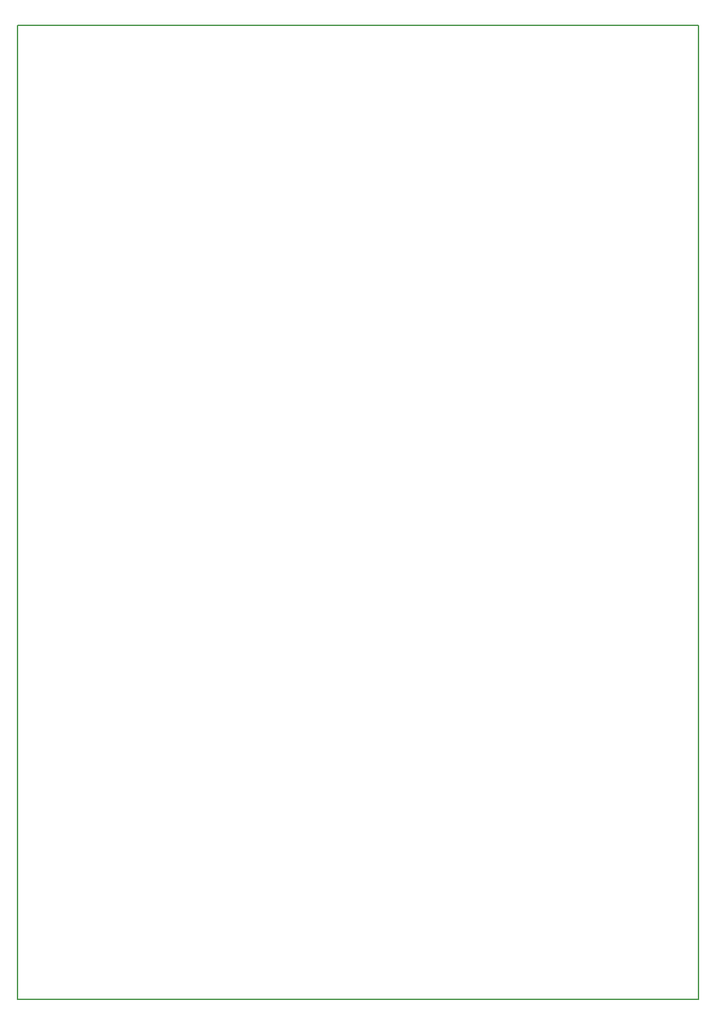
<source format=gbr>
G04 DipTrace 2.1.0.5*
%INBoard Outline.gbr*%
%MOIN*%
%ADD10C,0.0098*%
%ADD11C,0.0055*%
%ADD12C,0.003*%
%ADD13C,0.05*%
%ADD14C,0.025*%
%ADD15C,0.0125*%
%ADD16C,0.02*%
%ADD17C,0.1*%
%ADD18C,0.01*%
%ADD19C,0.0013*%
%ADD20C,0.15*%
%ADD21C,0.0039*%
%ADD22R,0.0591X0.0591*%
%ADD23C,0.0591*%
%ADD24R,0.0512X0.0591*%
%ADD25R,0.0591X0.0512*%
%ADD26R,0.063X0.0709*%
%ADD27C,0.0984*%
%ADD28R,0.0665X0.0665*%
%ADD29C,0.0665*%
%ADD30C,0.1874*%
%ADD31R,0.0394X0.0748*%
%ADD32R,0.0866X0.0551*%
%ADD33R,0.0354X0.0551*%
%ADD34C,0.0591*%
%ADD35C,0.0512*%
%ADD36R,0.0886X0.0197*%
%ADD37R,0.1378X0.0807*%
%ADD38R,0.1535X0.0807*%
%ADD39C,0.0551*%
%ADD40R,0.1181X0.0433*%
%ADD41R,0.0787X0.1181*%
%ADD42R,0.0394X0.1181*%
%ADD43C,0.0709*%
%ADD44R,0.165X0.0701*%
%ADD45R,0.1732X0.1358*%
%ADD46C,0.085*%
%ADD47C,0.0079*%
%ADD48R,0.063X0.063*%
%ADD49C,0.063*%
%ADD50C,0.22*%
%ADD51R,0.0374X0.0354*%
%ADD52R,0.0433X0.0394*%
%ADD53C,0.06*%
%ADD54R,0.0512X0.0512*%
%ADD55C,0.0709*%
%ADD56R,0.0748X0.0591*%
%ADD57C,0.063*%
%ADD58C,0.0669*%
%ADD59R,0.0315X0.0512*%
%ADD60R,0.0512X0.0315*%
%ADD61R,0.0512X0.0236*%
%ADD62C,0.0142*%
%ADD63R,0.0315X0.0217*%
%ADD64R,0.0138X0.0571*%
%ADD65R,0.0315X0.0354*%
%ADD66R,0.0669X0.0598*%
%ADD67C,0.0827*%
%ADD68C,0.1181*%
%ADD69C,0.126*%
%ADD70C,0.1772*%
%ADD71R,0.0669X0.0394*%
%ADD72C,0.04*%
%ADD73C,0.0191*%
%ADD74C,0.0394*%
%ADD75C,0.0429*%
%ADD76C,0.1283*%
%ADD77C,0.0354*%
%ADD78C,0.0469*%
%ADD79C,0.13*%
%ADD80C,0.038*%
%ADD81C,0.0315*%
%ADD82C,0.0276*%
%ADD83C,0.0906*%
%ADD84C,0.1181*%
%ADD85C,0.0479*%
%ADD86C,0.0321*%
%ADD87R,0.0748X0.0472*%
%ADD88R,0.0591X0.0315*%
%ADD89C,0.185*%
%ADD90C,0.1693*%
%ADD91C,0.1339*%
%ADD92C,0.1102*%
%ADD93C,0.0906*%
%ADD94C,0.0748*%
%ADD95R,0.0748X0.0677*%
%ADD96R,0.0591X0.052*%
%ADD97R,0.0394X0.0433*%
%ADD98R,0.0236X0.0276*%
%ADD99R,0.0217X0.065*%
%ADD100R,0.0059X0.0492*%
%ADD101R,0.0394X0.0295*%
%ADD102R,0.0236X0.0138*%
%ADD103R,0.0433X0.0157*%
%ADD104R,0.0591X0.0394*%
%ADD105R,0.0433X0.0236*%
%ADD106R,0.0394X0.0591*%
%ADD107R,0.0236X0.0433*%
%ADD108C,0.0748*%
%ADD109C,0.0551*%
%ADD110R,0.0827X0.0669*%
%ADD111R,0.0669X0.0512*%
%ADD112C,0.0787*%
%ADD113R,0.0433X0.0433*%
%ADD114C,0.0679*%
%ADD115C,0.0521*%
%ADD116R,0.0512X0.0472*%
%ADD117R,0.0354X0.0315*%
%ADD118R,0.0453X0.0433*%
%ADD119R,0.0295X0.0276*%
%ADD120C,0.2279*%
%ADD121C,0.2121*%
%ADD122R,0.0709X0.0709*%
%ADD123R,0.0551X0.0551*%
%ADD124C,0.0929*%
%ADD125C,0.0772*%
%ADD126R,0.1811X0.1437*%
%ADD127R,0.1654X0.128*%
%ADD128R,0.1728X0.078*%
%ADD129R,0.1571X0.0622*%
%ADD130C,0.0787*%
%ADD131R,0.0472X0.126*%
%ADD132R,0.0315X0.1102*%
%ADD133R,0.0866X0.126*%
%ADD134R,0.0709X0.1102*%
%ADD135R,0.126X0.0512*%
%ADD136R,0.1102X0.0354*%
%ADD137C,0.0472*%
%ADD138R,0.1614X0.0886*%
%ADD139R,0.1457X0.0728*%
%ADD140R,0.1457X0.0886*%
%ADD141R,0.1299X0.0728*%
%ADD142R,0.0965X0.0276*%
%ADD143R,0.0807X0.0118*%
%ADD144C,0.0433*%
%ADD145C,0.0669*%
%ADD146C,0.0512*%
%ADD147R,0.0433X0.063*%
%ADD148R,0.0276X0.0472*%
%ADD149R,0.0945X0.063*%
%ADD150R,0.0787X0.0472*%
%ADD151R,0.0472X0.0827*%
%ADD152R,0.0315X0.0669*%
%ADD153C,0.1953*%
%ADD154C,0.1795*%
%ADD155C,0.0744*%
%ADD156C,0.0587*%
%ADD157R,0.0744X0.0744*%
%ADD158R,0.0587X0.0587*%
%ADD159C,0.1063*%
%ADD160R,0.0709X0.0787*%
%ADD161R,0.0551X0.063*%
%ADD162R,0.0669X0.0591*%
%ADD163R,0.0512X0.0433*%
%ADD164R,0.0591X0.0669*%
%ADD165R,0.0433X0.0512*%
%ADD166R,0.0669X0.0669*%
%ADD167C,0.0093*%
%ADD168C,0.0077*%
%ADD169C,0.0154*%
%ADD170C,0.0124*%
%FSLAX44Y44*%
%SFA1B1*%
%OFA0B0*%
G04*
G70*
G90*
G75*
G01*
%LNBoardOutline*%
%LPD*%
D2*
D11*
X35000D1*
Y50000D1*
X0D1*
Y0D1*
M02*

</source>
